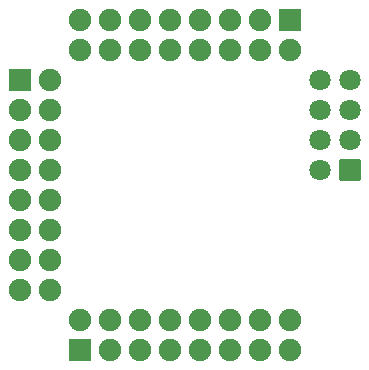
<source format=gbs>
G04 Layer: BottomSolderMaskLayer*
G04 EasyEDA Pro v2.2.39.2, 2025-05-28 23:54:08*
G04 Gerber Generator version 0.3*
G04 Scale: 100 percent, Rotated: No, Reflected: No*
G04 Dimensions in millimeters*
G04 Leading zeros omitted, absolute positions, 4 integers and 5 decimals*
G04 Generated by one-click*
%FSLAX45Y45*%
%MOMM*%
%AMRoundRect*1,1,$1,$2,$3*1,1,$1,$4,$5*1,1,$1,0-$2,0-$3*1,1,$1,0-$4,0-$5*20,1,$1,$2,$3,$4,$5,0*20,1,$1,$4,$5,0-$2,0-$3,0*20,1,$1,0-$2,0-$3,0-$4,0-$5,0*20,1,$1,0-$4,0-$5,$2,$3,0*4,1,4,$2,$3,$4,$5,0-$2,0-$3,0-$4,0-$5,$2,$3,0*%
%ADD10C,1.902*%
%ADD11RoundRect,0.09681X-0.90259X0.90259X0.90259X0.90259*%
%ADD12RoundRect,0.09681X-0.90259X-0.90259X-0.90259X0.90259*%
%ADD13RoundRect,0.09654X-0.85273X-0.85273X-0.85273X0.85273*%
%ADD14C,1.802*%
%ADD15C,0.3569*%
G75*


G04 Pad Start*
G54D10*
G01X-887321Y1144119D03*
G01X-887321Y1398119D03*
G01X-633321Y1144119D03*
G01X-633321Y1398119D03*
G01X-379321Y1144119D03*
G01X-379321Y1398119D03*
G01X-125321Y1144119D03*
G01X-125321Y1398119D03*
G01X128679Y1144119D03*
G01X128679Y1398119D03*
G01X382679Y1144119D03*
G01X382679Y1398119D03*
G01X636679Y1144119D03*
G01X636679Y1398119D03*
G01X890679Y1144119D03*
G54D11*
G01X890679Y1398119D03*
G54D10*
G01X-1141321Y-887881D03*
G01X-1395321Y-887881D03*
G01X-1141321Y-633881D03*
G01X-1395321Y-633881D03*
G01X-1141321Y-379881D03*
G01X-1395321Y-379881D03*
G01X-1141321Y-125881D03*
G01X-1395321Y-125881D03*
G01X-1141321Y128119D03*
G01X-1395321Y128119D03*
G01X-1141321Y382119D03*
G01X-1395321Y382119D03*
G01X-1141321Y636119D03*
G01X-1395321Y636119D03*
G01X-1141321Y890119D03*
G54D12*
G01X-1395321Y890119D03*
G54D10*
G01X890679Y-1141881D03*
G01X890679Y-1395881D03*
G01X636679Y-1141881D03*
G01X636679Y-1395881D03*
G01X382679Y-1141881D03*
G01X382679Y-1395881D03*
G01X128679Y-1141881D03*
G01X128679Y-1395881D03*
G01X-125321Y-1141881D03*
G01X-125321Y-1395881D03*
G01X-379321Y-1141881D03*
G01X-379321Y-1395881D03*
G01X-633321Y-1141881D03*
G01X-633321Y-1395881D03*
G01X-887321Y-1141881D03*
G54D11*
G01X-887321Y-1395881D03*
G54D13*
G01X1398679Y128119D03*
G54D14*
G01X1144679Y128119D03*
G01X1398679Y382119D03*
G01X1144679Y382119D03*
G01X1398679Y636119D03*
G01X1144679Y636119D03*
G01X1398679Y890119D03*
G01X1144679Y890119D03*
G04 Pad End*

M02*


</source>
